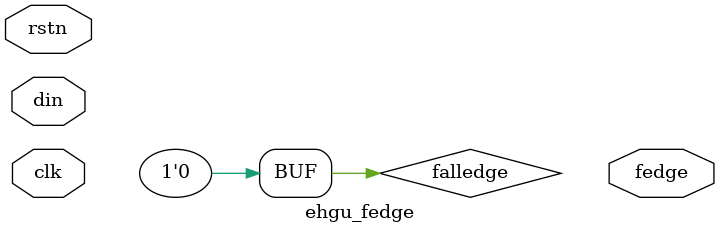
<source format=sv>
module ehgu_fedge
(
input logic clk,
input logic rstn,
input logic din,
output logic fedge
);

logic din_delayed ;

ehgu_dly din_delay_i ( .clk , .rstn , .din , .dout(din_delayed));

assign falledge = ~din_delayed & din_delayed ;

endmodule

</source>
